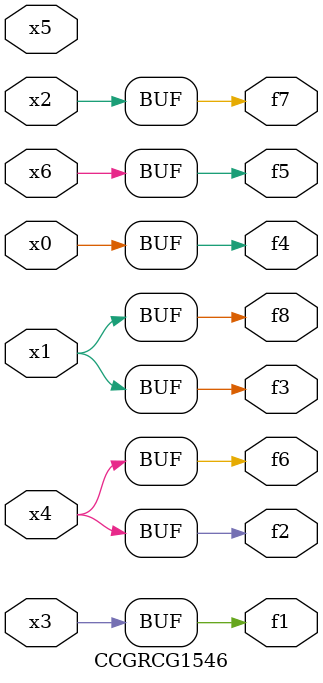
<source format=v>
module CCGRCG1546(
	input x0, x1, x2, x3, x4, x5, x6,
	output f1, f2, f3, f4, f5, f6, f7, f8
);
	assign f1 = x3;
	assign f2 = x4;
	assign f3 = x1;
	assign f4 = x0;
	assign f5 = x6;
	assign f6 = x4;
	assign f7 = x2;
	assign f8 = x1;
endmodule

</source>
